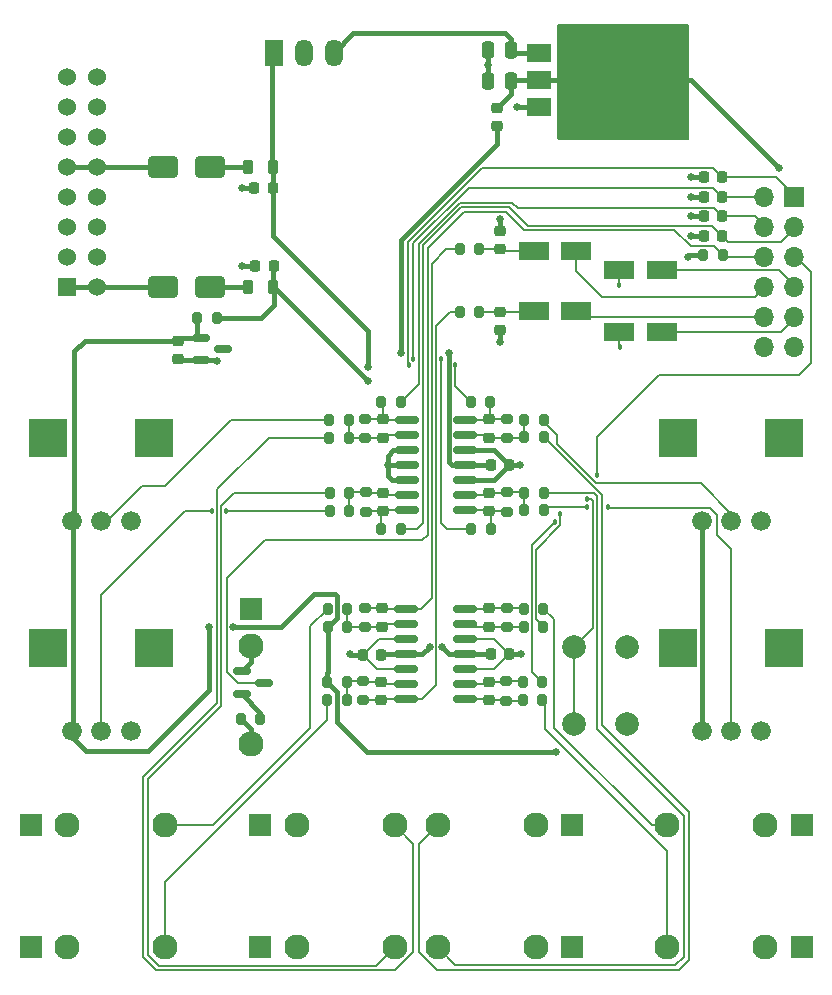
<source format=gbr>
%TF.GenerationSoftware,KiCad,Pcbnew,7.0.6-1.fc38*%
%TF.CreationDate,2023-08-24T19:35:41-07:00*%
%TF.ProjectId,s3gta_back,73336774-615f-4626-9163-6b2e6b696361,rev?*%
%TF.SameCoordinates,Original*%
%TF.FileFunction,Copper,L2,Bot*%
%TF.FilePolarity,Positive*%
%FSLAX46Y46*%
G04 Gerber Fmt 4.6, Leading zero omitted, Abs format (unit mm)*
G04 Created by KiCad (PCBNEW 7.0.6-1.fc38) date 2023-08-24 19:35:41*
%MOMM*%
%LPD*%
G01*
G04 APERTURE LIST*
G04 Aperture macros list*
%AMRoundRect*
0 Rectangle with rounded corners*
0 $1 Rounding radius*
0 $2 $3 $4 $5 $6 $7 $8 $9 X,Y pos of 4 corners*
0 Add a 4 corners polygon primitive as box body*
4,1,4,$2,$3,$4,$5,$6,$7,$8,$9,$2,$3,0*
0 Add four circle primitives for the rounded corners*
1,1,$1+$1,$2,$3*
1,1,$1+$1,$4,$5*
1,1,$1+$1,$6,$7*
1,1,$1+$1,$8,$9*
0 Add four rect primitives between the rounded corners*
20,1,$1+$1,$2,$3,$4,$5,0*
20,1,$1+$1,$4,$5,$6,$7,0*
20,1,$1+$1,$6,$7,$8,$9,0*
20,1,$1+$1,$8,$9,$2,$3,0*%
G04 Aperture macros list end*
%TA.AperFunction,ComponentPad*%
%ADD10R,1.830000X1.930000*%
%TD*%
%TA.AperFunction,ComponentPad*%
%ADD11C,2.130000*%
%TD*%
%TA.AperFunction,ComponentPad*%
%ADD12C,1.676400*%
%TD*%
%TA.AperFunction,ComponentPad*%
%ADD13R,3.216000X3.216000*%
%TD*%
%TA.AperFunction,ComponentPad*%
%ADD14R,1.930000X1.830000*%
%TD*%
%TA.AperFunction,ComponentPad*%
%ADD15C,2.000000*%
%TD*%
%TA.AperFunction,ComponentPad*%
%ADD16R,1.700000X1.700000*%
%TD*%
%TA.AperFunction,ComponentPad*%
%ADD17O,1.700000X1.700000*%
%TD*%
%TA.AperFunction,SMDPad,CuDef*%
%ADD18RoundRect,0.250000X1.000000X0.650000X-1.000000X0.650000X-1.000000X-0.650000X1.000000X-0.650000X0*%
%TD*%
%TA.AperFunction,SMDPad,CuDef*%
%ADD19RoundRect,0.200000X0.275000X-0.200000X0.275000X0.200000X-0.275000X0.200000X-0.275000X-0.200000X0*%
%TD*%
%TA.AperFunction,SMDPad,CuDef*%
%ADD20RoundRect,0.200000X0.200000X0.275000X-0.200000X0.275000X-0.200000X-0.275000X0.200000X-0.275000X0*%
%TD*%
%TA.AperFunction,SMDPad,CuDef*%
%ADD21RoundRect,0.200000X-0.200000X-0.275000X0.200000X-0.275000X0.200000X0.275000X-0.200000X0.275000X0*%
%TD*%
%TA.AperFunction,SMDPad,CuDef*%
%ADD22RoundRect,0.250000X1.050000X0.550000X-1.050000X0.550000X-1.050000X-0.550000X1.050000X-0.550000X0*%
%TD*%
%TA.AperFunction,SMDPad,CuDef*%
%ADD23RoundRect,0.200000X-0.275000X0.200000X-0.275000X-0.200000X0.275000X-0.200000X0.275000X0.200000X0*%
%TD*%
%TA.AperFunction,SMDPad,CuDef*%
%ADD24RoundRect,0.225000X0.250000X-0.225000X0.250000X0.225000X-0.250000X0.225000X-0.250000X-0.225000X0*%
%TD*%
%TA.AperFunction,SMDPad,CuDef*%
%ADD25RoundRect,0.225000X-0.250000X0.225000X-0.250000X-0.225000X0.250000X-0.225000X0.250000X0.225000X0*%
%TD*%
%TA.AperFunction,SMDPad,CuDef*%
%ADD26RoundRect,0.225000X0.225000X0.250000X-0.225000X0.250000X-0.225000X-0.250000X0.225000X-0.250000X0*%
%TD*%
%TA.AperFunction,SMDPad,CuDef*%
%ADD27R,2.000000X1.500000*%
%TD*%
%TA.AperFunction,SMDPad,CuDef*%
%ADD28R,2.000000X3.800000*%
%TD*%
%TA.AperFunction,SMDPad,CuDef*%
%ADD29RoundRect,0.218750X0.218750X0.381250X-0.218750X0.381250X-0.218750X-0.381250X0.218750X-0.381250X0*%
%TD*%
%TA.AperFunction,ComponentPad*%
%ADD30R,1.500000X2.300000*%
%TD*%
%TA.AperFunction,ComponentPad*%
%ADD31O,1.500000X2.300000*%
%TD*%
%TA.AperFunction,SMDPad,CuDef*%
%ADD32RoundRect,0.225000X-0.225000X-0.250000X0.225000X-0.250000X0.225000X0.250000X-0.225000X0.250000X0*%
%TD*%
%TA.AperFunction,SMDPad,CuDef*%
%ADD33RoundRect,0.218750X0.256250X-0.218750X0.256250X0.218750X-0.256250X0.218750X-0.256250X-0.218750X0*%
%TD*%
%TA.AperFunction,SMDPad,CuDef*%
%ADD34RoundRect,0.250000X0.250000X0.475000X-0.250000X0.475000X-0.250000X-0.475000X0.250000X-0.475000X0*%
%TD*%
%TA.AperFunction,SMDPad,CuDef*%
%ADD35RoundRect,0.150000X-0.587500X-0.150000X0.587500X-0.150000X0.587500X0.150000X-0.587500X0.150000X0*%
%TD*%
%TA.AperFunction,SMDPad,CuDef*%
%ADD36RoundRect,0.250000X-1.000000X-0.650000X1.000000X-0.650000X1.000000X0.650000X-1.000000X0.650000X0*%
%TD*%
%TA.AperFunction,SMDPad,CuDef*%
%ADD37RoundRect,0.150000X0.825000X0.150000X-0.825000X0.150000X-0.825000X-0.150000X0.825000X-0.150000X0*%
%TD*%
%TA.AperFunction,ComponentPad*%
%ADD38R,1.524000X1.524000*%
%TD*%
%TA.AperFunction,ComponentPad*%
%ADD39C,1.524000*%
%TD*%
%TA.AperFunction,ViaPad*%
%ADD40C,0.635000*%
%TD*%
%TA.AperFunction,ViaPad*%
%ADD41C,0.457200*%
%TD*%
%TA.AperFunction,Conductor*%
%ADD42C,0.381000*%
%TD*%
%TA.AperFunction,Conductor*%
%ADD43C,0.203200*%
%TD*%
%TA.AperFunction,Conductor*%
%ADD44C,0.152400*%
%TD*%
G04 APERTURE END LIST*
D10*
%TO.P,J4,S*%
%TO.N,GND*%
X149101000Y-147193000D03*
D11*
%TO.P,J4,T*%
%TO.N,Net-(J4-PadT)*%
X137701000Y-147193000D03*
%TO.P,J4,TN*%
%TO.N,GND*%
X146001000Y-147193000D03*
%TD*%
D12*
%TO.P,RV4,1,1*%
%TO.N,-5VA*%
X160060000Y-128920000D03*
%TO.P,RV4,2,2*%
%TO.N,Net-(R9-Pad2)*%
X162560000Y-128920000D03*
%TO.P,RV4,3,3*%
%TO.N,GND*%
X165060000Y-128920000D03*
D13*
%TO.P,RV4,M1*%
%TO.N,N/C*%
X158060000Y-121920000D03*
%TO.P,RV4,M2*%
X167060000Y-121920000D03*
%TD*%
D10*
%TO.P,J9,S*%
%TO.N,GND*%
X168532000Y-136906000D03*
D11*
%TO.P,J9,T*%
%TO.N,Net-(J9-PadT)*%
X157132000Y-136906000D03*
%TO.P,J9,TN*%
%TO.N,unconnected-(J9-PadTN)*%
X165432000Y-136906000D03*
%TD*%
D14*
%TO.P,J11,S*%
%TO.N,GND*%
X121920000Y-118615000D03*
D11*
%TO.P,J11,T*%
%TO.N,Net-(J11-PadT)*%
X121920000Y-130015000D03*
%TO.P,J11,TN*%
%TO.N,GND*%
X121920000Y-121715000D03*
%TD*%
D12*
%TO.P,RV2,1,1*%
%TO.N,-5VA*%
X106720000Y-128920000D03*
%TO.P,RV2,2,2*%
%TO.N,Net-(R5-Pad2)*%
X109220000Y-128920000D03*
%TO.P,RV2,3,3*%
%TO.N,GND*%
X111720000Y-128920000D03*
D13*
%TO.P,RV2,M1*%
%TO.N,N/C*%
X104720000Y-121920000D03*
%TO.P,RV2,M2*%
X113720000Y-121920000D03*
%TD*%
D10*
%TO.P,J2,S*%
%TO.N,GND*%
X122679000Y-147193000D03*
D11*
%TO.P,J2,T*%
%TO.N,Net-(J2-PadT)*%
X134079000Y-147193000D03*
%TO.P,J2,TN*%
%TO.N,GND*%
X125779000Y-147193000D03*
%TD*%
D10*
%TO.P,J1,S*%
%TO.N,GND*%
X122679000Y-136906000D03*
D11*
%TO.P,J1,T*%
%TO.N,Net-(J1-PadT)*%
X134079000Y-136906000D03*
%TO.P,J1,TN*%
%TO.N,GND*%
X125779000Y-136906000D03*
%TD*%
D10*
%TO.P,J7,S*%
%TO.N,GND*%
X103248000Y-147193000D03*
D11*
%TO.P,J7,T*%
%TO.N,Net-(J7-PadT)*%
X114648000Y-147193000D03*
%TO.P,J7,TN*%
%TO.N,Net-(J6-PadT)*%
X106348000Y-147193000D03*
%TD*%
D10*
%TO.P,J10,S*%
%TO.N,GND*%
X168532000Y-147193000D03*
D11*
%TO.P,J10,T*%
%TO.N,Net-(J10-PadT)*%
X157132000Y-147193000D03*
%TO.P,J10,TN*%
%TO.N,unconnected-(J10-PadTN)*%
X165432000Y-147193000D03*
%TD*%
D12*
%TO.P,RV3,1,1*%
%TO.N,-5VA*%
X160060000Y-111140000D03*
%TO.P,RV3,2,2*%
%TO.N,Net-(R7-Pad2)*%
X162560000Y-111140000D03*
%TO.P,RV3,3,3*%
%TO.N,GND*%
X165060000Y-111140000D03*
D13*
%TO.P,RV3,M1*%
%TO.N,N/C*%
X158060000Y-104140000D03*
%TO.P,RV3,M2*%
X167060000Y-104140000D03*
%TD*%
D15*
%TO.P,SW1,1,1*%
%TO.N,/GPIO0*%
X149261000Y-128345000D03*
X149261000Y-121845000D03*
%TO.P,SW1,2,2*%
%TO.N,GND*%
X153761000Y-128345000D03*
X153761000Y-121845000D03*
%TD*%
D16*
%TO.P,J5,1,Pin_1*%
%TO.N,/CV1*%
X167894000Y-83693000D03*
D17*
%TO.P,J5,2,Pin_2*%
%TO.N,/CV2*%
X165354000Y-83693000D03*
%TO.P,J5,3,Pin_3*%
%TO.N,/CV3*%
X167894000Y-86233000D03*
%TO.P,J5,4,Pin_4*%
%TO.N,/CV4*%
X165354000Y-86233000D03*
%TO.P,J5,5,Pin_5*%
%TO.N,/GPIO0*%
X167894000Y-88773000D03*
%TO.P,J5,6,Pin_6*%
%TO.N,/SYNC*%
X165354000Y-88773000D03*
%TO.P,J5,7,Pin_7*%
%TO.N,/out_l*%
X167894000Y-91313000D03*
%TO.P,J5,8,Pin_8*%
%TO.N,/in_l*%
X165354000Y-91313000D03*
%TO.P,J5,9,Pin_9*%
%TO.N,/out_r*%
X167894000Y-93853000D03*
%TO.P,J5,10,Pin_10*%
%TO.N,/in_r*%
X165354000Y-93853000D03*
%TO.P,J5,11,Pin_11*%
%TO.N,GND*%
X167894000Y-96393000D03*
%TO.P,J5,12,Pin_12*%
%TO.N,+3.3V*%
X165354000Y-96393000D03*
%TD*%
D12*
%TO.P,RV1,1,1*%
%TO.N,-5VA*%
X106720000Y-111140000D03*
%TO.P,RV1,2,2*%
%TO.N,Net-(R3-Pad2)*%
X109220000Y-111140000D03*
%TO.P,RV1,3,3*%
%TO.N,GND*%
X111720000Y-111140000D03*
D13*
%TO.P,RV1,M1*%
%TO.N,N/C*%
X104720000Y-104140000D03*
%TO.P,RV1,M2*%
X113720000Y-104140000D03*
%TD*%
D10*
%TO.P,J3,S*%
%TO.N,GND*%
X149101000Y-136906000D03*
D11*
%TO.P,J3,T*%
%TO.N,Net-(J3-PadT)*%
X137701000Y-136906000D03*
%TO.P,J3,TN*%
%TO.N,GND*%
X146001000Y-136906000D03*
%TD*%
D10*
%TO.P,J6,S*%
%TO.N,GND*%
X103248000Y-136906000D03*
D11*
%TO.P,J6,T*%
%TO.N,Net-(J6-PadT)*%
X114648000Y-136906000D03*
%TO.P,J6,TN*%
%TO.N,GND*%
X106348000Y-136906000D03*
%TD*%
D18*
%TO.P,D2,1,K*%
%TO.N,Net-(D2-K)*%
X118459000Y-81153000D03*
%TO.P,D2,2,A*%
%TO.N,Net-(D2-A)*%
X114459000Y-81153000D03*
%TD*%
D19*
%TO.P,R23,1*%
%TO.N,Net-(C12-Pad1)*%
X131419600Y-126339600D03*
%TO.P,R23,2*%
%TO.N,Net-(U3C--)*%
X131419600Y-124689600D03*
%TD*%
D20*
%TO.P,R19,1*%
%TO.N,Net-(U3C--)*%
X130009400Y-126288800D03*
%TO.P,R19,2*%
%TO.N,Net-(J7-PadT)*%
X128359400Y-126288800D03*
%TD*%
D21*
%TO.P,R7,1*%
%TO.N,Net-(U2A--)*%
X145021800Y-102565200D03*
%TO.P,R7,2*%
%TO.N,Net-(R7-Pad2)*%
X146671800Y-102565200D03*
%TD*%
D22*
%TO.P,C15,1*%
%TO.N,/in_r*%
X149450000Y-93400000D03*
%TO.P,C15,2*%
%TO.N,Net-(C13-Pad1)*%
X145850000Y-93400000D03*
%TD*%
D23*
%TO.P,R22,1*%
%TO.N,Net-(C11-Pad1)*%
X131521200Y-118504200D03*
%TO.P,R22,2*%
%TO.N,Net-(U3D--)*%
X131521200Y-120154200D03*
%TD*%
D20*
%TO.P,R32,1*%
%TO.N,Net-(Q1-B)*%
X122706400Y-127888000D03*
%TO.P,R32,2*%
%TO.N,Net-(J11-PadT)*%
X121056400Y-127888000D03*
%TD*%
D21*
%TO.P,R9,1*%
%TO.N,Net-(U2B--)*%
X145021800Y-110236000D03*
%TO.P,R9,2*%
%TO.N,Net-(R9-Pad2)*%
X146671800Y-110236000D03*
%TD*%
%TO.P,R26,1*%
%TO.N,Net-(U3A--)*%
X145009600Y-120091200D03*
%TO.P,R26,2*%
%TO.N,Net-(C19-Pad2)*%
X146659600Y-120091200D03*
%TD*%
D24*
%TO.P,C23,1*%
%TO.N,Net-(U3A--)*%
X142036800Y-120104200D03*
%TO.P,C23,2*%
%TO.N,Net-(C23-Pad2)*%
X142036800Y-118554200D03*
%TD*%
D25*
%TO.P,C13,1*%
%TO.N,Net-(C13-Pad1)*%
X143002000Y-93472000D03*
%TO.P,C13,2*%
%TO.N,GND*%
X143002000Y-95022000D03*
%TD*%
%TO.P,C4,1*%
%TO.N,Net-(C4-Pad1)*%
X142087600Y-102552200D03*
%TO.P,C4,2*%
%TO.N,Net-(U2A--)*%
X142087600Y-104102200D03*
%TD*%
D26*
%TO.P,C9,1*%
%TO.N,/CV1*%
X161798000Y-82042000D03*
%TO.P,C9,2*%
%TO.N,GND*%
X160248000Y-82042000D03*
%TD*%
D20*
%TO.P,R15,1*%
%TO.N,/CV3*%
X134581400Y-111810800D03*
%TO.P,R15,2*%
%TO.N,Net-(C3-Pad1)*%
X132931400Y-111810800D03*
%TD*%
%TO.P,R2,1*%
%TO.N,Net-(U2D--)*%
X130161800Y-104089200D03*
%TO.P,R2,2*%
%TO.N,Net-(J1-PadT)*%
X128511800Y-104089200D03*
%TD*%
D22*
%TO.P,C20,1*%
%TO.N,/out_r*%
X156700000Y-95123000D03*
%TO.P,C20,2*%
%TO.N,Net-(C20-Pad2)*%
X153100000Y-95123000D03*
%TD*%
D26*
%TO.P,C8,1*%
%TO.N,/CV3*%
X161798000Y-86995000D03*
%TO.P,C8,2*%
%TO.N,GND*%
X160248000Y-86995000D03*
%TD*%
D27*
%TO.P,U6,1,GND*%
%TO.N,GND*%
X146329000Y-76087000D03*
%TO.P,U6,2,VO*%
%TO.N,+3.3V*%
X146329000Y-73787000D03*
D28*
X152629000Y-73787000D03*
D27*
%TO.P,U6,3,VI*%
%TO.N,+5V*%
X146329000Y-71487000D03*
%TD*%
D23*
%TO.P,R10,1*%
%TO.N,Net-(C2-Pad1)*%
X131572000Y-102502200D03*
%TO.P,R10,2*%
%TO.N,Net-(U2D--)*%
X131572000Y-104152200D03*
%TD*%
D29*
%TO.P,FB1,1*%
%TO.N,-12V*%
X123791000Y-91313000D03*
%TO.P,FB1,2*%
%TO.N,Net-(D1-A)*%
X121666000Y-91313000D03*
%TD*%
D21*
%TO.P,R6,1*%
%TO.N,Net-(U2A--)*%
X145021800Y-104038400D03*
%TO.P,R6,2*%
%TO.N,Net-(J3-PadT)*%
X146671800Y-104038400D03*
%TD*%
D30*
%TO.P,U4,1,IN*%
%TO.N,+12V*%
X123825000Y-71501000D03*
D31*
%TO.P,U4,2,GND*%
%TO.N,GND*%
X126365000Y-71501000D03*
%TO.P,U4,3,OUT*%
%TO.N,+5V*%
X128905000Y-71501000D03*
%TD*%
D25*
%TO.P,C24,1*%
%TO.N,Net-(U3B--)*%
X142036800Y-124751800D03*
%TO.P,C24,2*%
%TO.N,Net-(C24-Pad2)*%
X142036800Y-126301800D03*
%TD*%
D24*
%TO.P,C5,1*%
%TO.N,Net-(C5-Pad1)*%
X142087600Y-110299800D03*
%TO.P,C5,2*%
%TO.N,Net-(U2B--)*%
X142087600Y-108749800D03*
%TD*%
D20*
%TO.P,R4,1*%
%TO.N,Net-(U2C--)*%
X130212600Y-108762800D03*
%TO.P,R4,2*%
%TO.N,Net-(J2-PadT)*%
X128562600Y-108762800D03*
%TD*%
%TO.P,R14,1*%
%TO.N,/CV4*%
X134581400Y-101041200D03*
%TO.P,R14,2*%
%TO.N,Net-(C2-Pad1)*%
X132931400Y-101041200D03*
%TD*%
D21*
%TO.P,R1,1*%
%TO.N,-5VA*%
X117373400Y-93980000D03*
%TO.P,R1,2*%
%TO.N,-12V*%
X119023400Y-93980000D03*
%TD*%
D26*
%TO.P,C17,1*%
%TO.N,-12V*%
X123825000Y-89535000D03*
%TO.P,C17,2*%
%TO.N,GND*%
X122275000Y-89535000D03*
%TD*%
D20*
%TO.P,R30,1*%
%TO.N,Net-(J9-PadT)*%
X146659600Y-118567200D03*
%TO.P,R30,2*%
%TO.N,Net-(C23-Pad2)*%
X145009600Y-118567200D03*
%TD*%
D32*
%TO.P,C22,1*%
%TO.N,GND*%
X131368800Y-122529600D03*
%TO.P,C22,2*%
%TO.N,-12V*%
X132918800Y-122529600D03*
%TD*%
D33*
%TO.P,L1,1*%
%TO.N,+3.3VA*%
X142748000Y-77724000D03*
%TO.P,L1,2*%
%TO.N,+3.3V*%
X142748000Y-76149000D03*
%TD*%
D20*
%TO.P,R24,1*%
%TO.N,Net-(C13-Pad1)*%
X141224000Y-93472000D03*
%TO.P,R24,2*%
%TO.N,Net-(C12-Pad1)*%
X139574000Y-93472000D03*
%TD*%
D19*
%TO.P,R11,1*%
%TO.N,Net-(C3-Pad1)*%
X131622800Y-110349800D03*
%TO.P,R11,2*%
%TO.N,Net-(U2C--)*%
X131622800Y-108699800D03*
%TD*%
D34*
%TO.P,C25,1*%
%TO.N,+5V*%
X143886000Y-71247000D03*
%TO.P,C25,2*%
%TO.N,GND*%
X141986000Y-71247000D03*
%TD*%
D23*
%TO.P,R12,1*%
%TO.N,Net-(C4-Pad1)*%
X143611600Y-102502200D03*
%TO.P,R12,2*%
%TO.N,Net-(U2A--)*%
X143611600Y-104152200D03*
%TD*%
D25*
%TO.P,C11,1*%
%TO.N,Net-(C11-Pad1)*%
X132994400Y-118554200D03*
%TO.P,C11,2*%
%TO.N,Net-(U3D--)*%
X132994400Y-120104200D03*
%TD*%
D22*
%TO.P,C19,1*%
%TO.N,/out_l*%
X156700000Y-89916000D03*
%TO.P,C19,2*%
%TO.N,Net-(C19-Pad2)*%
X153100000Y-89916000D03*
%TD*%
D35*
%TO.P,Q1,1,B*%
%TO.N,Net-(Q1-B)*%
X121109500Y-125791000D03*
%TO.P,Q1,2,E*%
%TO.N,GND*%
X121109500Y-123891000D03*
%TO.P,Q1,3,C*%
%TO.N,/SYNC*%
X122984500Y-124841000D03*
%TD*%
D36*
%TO.P,D1,1,K*%
%TO.N,Net-(D1-K)*%
X114459000Y-91313000D03*
%TO.P,D1,2,A*%
%TO.N,Net-(D1-A)*%
X118459000Y-91313000D03*
%TD*%
D20*
%TO.P,R33,1*%
%TO.N,/SYNC*%
X161861000Y-88646000D03*
%TO.P,R33,2*%
%TO.N,+3.3V*%
X160211000Y-88646000D03*
%TD*%
D25*
%TO.P,C1,1*%
%TO.N,-5VA*%
X115747800Y-95897400D03*
%TO.P,C1,2*%
%TO.N,GND*%
X115747800Y-97447400D03*
%TD*%
D37*
%TO.P,U2,1*%
%TO.N,Net-(C4-Pad1)*%
X140041400Y-102616000D03*
%TO.P,U2,2,-*%
%TO.N,Net-(U2A--)*%
X140041400Y-103886000D03*
%TO.P,U2,3,+*%
%TO.N,GND*%
X140041400Y-105156000D03*
%TO.P,U2,4,V+*%
%TO.N,+3.3VA*%
X140041400Y-106426000D03*
%TO.P,U2,5,+*%
%TO.N,GND*%
X140041400Y-107696000D03*
%TO.P,U2,6,-*%
%TO.N,Net-(U2B--)*%
X140041400Y-108966000D03*
%TO.P,U2,7*%
%TO.N,Net-(C5-Pad1)*%
X140041400Y-110236000D03*
%TO.P,U2,8*%
%TO.N,Net-(C3-Pad1)*%
X135091400Y-110236000D03*
%TO.P,U2,9,-*%
%TO.N,Net-(U2C--)*%
X135091400Y-108966000D03*
%TO.P,U2,10,+*%
%TO.N,GND*%
X135091400Y-107696000D03*
%TO.P,U2,11,V-*%
X135091400Y-106426000D03*
%TO.P,U2,12,+*%
X135091400Y-105156000D03*
%TO.P,U2,13,-*%
%TO.N,Net-(U2D--)*%
X135091400Y-103886000D03*
%TO.P,U2,14*%
%TO.N,Net-(C2-Pad1)*%
X135091400Y-102616000D03*
%TD*%
D19*
%TO.P,R29,1*%
%TO.N,Net-(C24-Pad2)*%
X143510000Y-126351800D03*
%TO.P,R29,2*%
%TO.N,Net-(U3B--)*%
X143510000Y-124701800D03*
%TD*%
D26*
%TO.P,C18,1*%
%TO.N,+12V*%
X123749400Y-82956400D03*
%TO.P,C18,2*%
%TO.N,GND*%
X122199400Y-82956400D03*
%TD*%
D23*
%TO.P,R28,1*%
%TO.N,Net-(C23-Pad2)*%
X143560800Y-118504200D03*
%TO.P,R28,2*%
%TO.N,Net-(U3A--)*%
X143560800Y-120154200D03*
%TD*%
D20*
%TO.P,R18,1*%
%TO.N,Net-(U3D--)*%
X130060200Y-118567200D03*
%TO.P,R18,2*%
%TO.N,Net-(J6-PadT)*%
X128410200Y-118567200D03*
%TD*%
D22*
%TO.P,C16,1*%
%TO.N,/in_l*%
X149450000Y-88250000D03*
%TO.P,C16,2*%
%TO.N,Net-(C14-Pad1)*%
X145850000Y-88250000D03*
%TD*%
D26*
%TO.P,C10,1*%
%TO.N,/CV2*%
X161798000Y-83693000D03*
%TO.P,C10,2*%
%TO.N,GND*%
X160248000Y-83693000D03*
%TD*%
D20*
%TO.P,R31,1*%
%TO.N,Net-(J10-PadT)*%
X146570200Y-126288800D03*
%TO.P,R31,2*%
%TO.N,Net-(C24-Pad2)*%
X144920200Y-126288800D03*
%TD*%
D38*
%TO.P,J8,1,Pin_1*%
%TO.N,Net-(D1-K)*%
X106299000Y-91313000D03*
D39*
%TO.P,J8,2,Pin_2*%
X108839000Y-91313000D03*
%TO.P,J8,3,Pin_3*%
%TO.N,GND*%
X106299000Y-88773000D03*
%TO.P,J8,4,Pin_4*%
X108839000Y-88773000D03*
%TO.P,J8,5,Pin_5*%
X106299000Y-86233000D03*
%TO.P,J8,6,Pin_6*%
X108839000Y-86233000D03*
%TO.P,J8,7,Pin_7*%
X106299000Y-83693000D03*
%TO.P,J8,8,Pin_8*%
X108839000Y-83693000D03*
%TO.P,J8,9,Pin_9*%
%TO.N,Net-(D2-A)*%
X106299000Y-81153000D03*
%TO.P,J8,10,Pin_10*%
X108839000Y-81153000D03*
%TO.P,J8,11,Pin_11*%
%TO.N,unconnected-(J8-Pin_11-Pad11)*%
X106299000Y-78613000D03*
%TO.P,J8,12,Pin_12*%
%TO.N,unconnected-(J8-Pin_12-Pad12)*%
X108839000Y-78613000D03*
%TO.P,J8,13,Pin_13*%
%TO.N,unconnected-(J8-Pin_13-Pad13)*%
X106299000Y-76073000D03*
%TO.P,J8,14,Pin_14*%
%TO.N,unconnected-(J8-Pin_14-Pad14)*%
X108839000Y-76073000D03*
%TO.P,J8,15,Pin_15*%
%TO.N,unconnected-(J8-Pin_15-Pad15)*%
X106299000Y-73533000D03*
%TO.P,J8,16,Pin_16*%
%TO.N,unconnected-(J8-Pin_16-Pad16)*%
X108839000Y-73533000D03*
%TD*%
D34*
%TO.P,C27,1*%
%TO.N,+3.3V*%
X143891000Y-73914000D03*
%TO.P,C27,2*%
%TO.N,GND*%
X141991000Y-73914000D03*
%TD*%
D32*
%TO.P,C6,1*%
%TO.N,+3.3VA*%
X142240000Y-106426000D03*
%TO.P,C6,2*%
%TO.N,GND*%
X143790000Y-106426000D03*
%TD*%
D21*
%TO.P,R16,1*%
%TO.N,/CV1*%
X140500600Y-101041200D03*
%TO.P,R16,2*%
%TO.N,Net-(C4-Pad1)*%
X142150600Y-101041200D03*
%TD*%
D37*
%TO.P,U3,1*%
%TO.N,Net-(C23-Pad2)*%
X140016000Y-118618000D03*
%TO.P,U3,2,-*%
%TO.N,Net-(U3A--)*%
X140016000Y-119888000D03*
%TO.P,U3,3,+*%
%TO.N,GND*%
X140016000Y-121158000D03*
%TO.P,U3,4,V+*%
%TO.N,+12V*%
X140016000Y-122428000D03*
%TO.P,U3,5,+*%
%TO.N,GND*%
X140016000Y-123698000D03*
%TO.P,U3,6,-*%
%TO.N,Net-(U3B--)*%
X140016000Y-124968000D03*
%TO.P,U3,7*%
%TO.N,Net-(C24-Pad2)*%
X140016000Y-126238000D03*
%TO.P,U3,8*%
%TO.N,Net-(C12-Pad1)*%
X135066000Y-126238000D03*
%TO.P,U3,9,-*%
%TO.N,Net-(U3C--)*%
X135066000Y-124968000D03*
%TO.P,U3,10,+*%
%TO.N,GND*%
X135066000Y-123698000D03*
%TO.P,U3,11,V-*%
%TO.N,-12V*%
X135066000Y-122428000D03*
%TO.P,U3,12,+*%
%TO.N,GND*%
X135066000Y-121158000D03*
%TO.P,U3,13,-*%
%TO.N,Net-(U3D--)*%
X135066000Y-119888000D03*
%TO.P,U3,14*%
%TO.N,Net-(C11-Pad1)*%
X135066000Y-118618000D03*
%TD*%
D20*
%TO.P,R3,1*%
%TO.N,Net-(U2D--)*%
X130161800Y-102565200D03*
%TO.P,R3,2*%
%TO.N,Net-(R3-Pad2)*%
X128511800Y-102565200D03*
%TD*%
D24*
%TO.P,C14,1*%
%TO.N,Net-(C14-Pad1)*%
X143002000Y-88138000D03*
%TO.P,C14,2*%
%TO.N,GND*%
X143002000Y-86588000D03*
%TD*%
D20*
%TO.P,R25,1*%
%TO.N,Net-(C14-Pad1)*%
X141224000Y-88138000D03*
%TO.P,R25,2*%
%TO.N,Net-(C11-Pad1)*%
X139574000Y-88138000D03*
%TD*%
D24*
%TO.P,C3,1*%
%TO.N,Net-(C3-Pad1)*%
X133096000Y-110299800D03*
%TO.P,C3,2*%
%TO.N,Net-(U2C--)*%
X133096000Y-108749800D03*
%TD*%
D20*
%TO.P,R5,1*%
%TO.N,Net-(U2C--)*%
X130212600Y-110286800D03*
%TO.P,R5,2*%
%TO.N,Net-(R5-Pad2)*%
X128562600Y-110286800D03*
%TD*%
D29*
%TO.P,FB2,1*%
%TO.N,+12V*%
X123791000Y-81153000D03*
%TO.P,FB2,2*%
%TO.N,Net-(D2-K)*%
X121666000Y-81153000D03*
%TD*%
D21*
%TO.P,R27,1*%
%TO.N,Net-(U3B--)*%
X144920200Y-124764800D03*
%TO.P,R27,2*%
%TO.N,Net-(C20-Pad2)*%
X146570200Y-124764800D03*
%TD*%
D32*
%TO.P,C21,1*%
%TO.N,+12V*%
X142227000Y-122428000D03*
%TO.P,C21,2*%
%TO.N,GND*%
X143777000Y-122428000D03*
%TD*%
D19*
%TO.P,R13,1*%
%TO.N,Net-(C5-Pad1)*%
X143611600Y-110349800D03*
%TO.P,R13,2*%
%TO.N,Net-(U2B--)*%
X143611600Y-108699800D03*
%TD*%
D25*
%TO.P,C2,1*%
%TO.N,Net-(C2-Pad1)*%
X133045200Y-102552200D03*
%TO.P,C2,2*%
%TO.N,Net-(U2D--)*%
X133045200Y-104102200D03*
%TD*%
D21*
%TO.P,R17,1*%
%TO.N,/CV2*%
X140551400Y-111810800D03*
%TO.P,R17,2*%
%TO.N,Net-(C5-Pad1)*%
X142201400Y-111810800D03*
%TD*%
%TO.P,R21,1*%
%TO.N,-5VA*%
X128359400Y-124764800D03*
%TO.P,R21,2*%
%TO.N,Net-(U3C--)*%
X130009400Y-124764800D03*
%TD*%
%TO.P,R20,1*%
%TO.N,-5VA*%
X128410200Y-120091200D03*
%TO.P,R20,2*%
%TO.N,Net-(U3D--)*%
X130060200Y-120091200D03*
%TD*%
D35*
%TO.P,U1,1,K*%
%TO.N,GND*%
X117678200Y-97561400D03*
%TO.P,U1,2,A*%
%TO.N,-5VA*%
X117678200Y-95661400D03*
%TO.P,U1,3*%
%TO.N,N/C*%
X119553200Y-96611400D03*
%TD*%
D21*
%TO.P,R8,1*%
%TO.N,Net-(U2B--)*%
X145021800Y-108762800D03*
%TO.P,R8,2*%
%TO.N,Net-(J4-PadT)*%
X146671800Y-108762800D03*
%TD*%
D26*
%TO.P,C7,1*%
%TO.N,/CV4*%
X161798000Y-85344000D03*
%TO.P,C7,2*%
%TO.N,GND*%
X160248000Y-85344000D03*
%TD*%
D24*
%TO.P,C12,1*%
%TO.N,Net-(C12-Pad1)*%
X132943600Y-126301800D03*
%TO.P,C12,2*%
%TO.N,Net-(U3C--)*%
X132943600Y-124751800D03*
%TD*%
D40*
%TO.N,-5VA*%
X118364000Y-120142000D03*
X147701000Y-130683000D03*
X120396000Y-120142000D03*
%TO.N,GND*%
X143002000Y-85598000D03*
X144653000Y-106426000D03*
X159131000Y-82042000D03*
X121158000Y-82931000D03*
X144399000Y-76073000D03*
X143002000Y-96012000D03*
X159131000Y-86995000D03*
X119024400Y-97586800D03*
X141986000Y-72517000D03*
X130302000Y-122428000D03*
X133477000Y-106426000D03*
X159131000Y-83693000D03*
X144780000Y-122428000D03*
X159131000Y-85344000D03*
X121158000Y-89535000D03*
%TO.N,+3.3VA*%
X138633200Y-96901000D03*
X134620000Y-96901000D03*
D41*
%TO.N,/CV1*%
X139178800Y-97942400D03*
X135280400Y-97942400D03*
%TO.N,/CV2*%
X138023600Y-97446600D03*
X135661900Y-97446600D03*
D40*
%TO.N,-12V*%
X137033000Y-121793000D03*
X131826000Y-99263200D03*
%TO.N,+12V*%
X131826000Y-98145600D03*
X138086100Y-121793000D03*
D41*
%TO.N,Net-(C19-Pad2)*%
X148100000Y-110550000D03*
X153035000Y-91186000D03*
%TO.N,Net-(C20-Pad2)*%
X147668700Y-111207024D03*
X153162000Y-96393000D03*
%TO.N,/GPIO0*%
X151193500Y-107251500D03*
X150317200Y-109321600D03*
D40*
%TO.N,+3.3V*%
X158877000Y-88773000D03*
D41*
X152527000Y-70993000D03*
X155067000Y-76581000D03*
X149225000Y-76581000D03*
X152527000Y-76581000D03*
X149225000Y-70993000D03*
X157353000Y-70993000D03*
X157480000Y-76581000D03*
X155067000Y-70993000D03*
D40*
X166599500Y-81255500D03*
D41*
%TO.N,Net-(R5-Pad2)*%
X119811300Y-110286800D03*
X118567700Y-110286800D03*
%TO.N,Net-(R9-Pad2)*%
X152146000Y-109982000D03*
X150317200Y-109982000D03*
%TD*%
D42*
%TO.N,+3.3V*%
X159131000Y-73787000D02*
X152629000Y-73787000D01*
X166599500Y-81255500D02*
X159131000Y-73787000D01*
%TO.N,-5VA*%
X128359400Y-123990600D02*
X128359400Y-124764800D01*
X118364000Y-125476000D02*
X118364000Y-120142000D01*
X124409200Y-120142000D02*
X120396000Y-120142000D01*
X107823000Y-95897400D02*
X106934000Y-96786400D01*
X113202500Y-130637500D02*
X118364000Y-125476000D01*
X129159000Y-119342400D02*
X129159000Y-117475000D01*
X129159000Y-117475000D02*
X128981200Y-117297200D01*
X160127500Y-129352500D02*
X160127500Y-111707500D01*
X106807000Y-111727000D02*
X106807000Y-129333000D01*
X117678200Y-95661400D02*
X115983800Y-95661400D01*
X147701000Y-130683000D02*
X131699000Y-130683000D01*
X128410200Y-123939800D02*
X128359400Y-123990600D01*
X129184400Y-128168400D02*
X129184400Y-125589800D01*
X106807000Y-129333000D02*
X106720000Y-129420000D01*
X106934000Y-111426000D02*
X106720000Y-111640000D01*
X160127500Y-111707500D02*
X160060000Y-111640000D01*
X115747800Y-95897400D02*
X107823000Y-95897400D01*
X117373400Y-93980000D02*
X117373400Y-95356600D01*
X117373400Y-95356600D02*
X117678200Y-95661400D01*
X127254000Y-117297200D02*
X124409200Y-120142000D01*
X129184400Y-125589800D02*
X128359400Y-124764800D01*
X128410200Y-120091200D02*
X129159000Y-119342400D01*
X115983800Y-95661400D02*
X115747800Y-95897400D01*
X106720000Y-111640000D02*
X106807000Y-111727000D01*
X128410200Y-120091200D02*
X128410200Y-123939800D01*
X107937500Y-130637500D02*
X113202500Y-130637500D01*
X106720000Y-129420000D02*
X107937500Y-130637500D01*
X131699000Y-130683000D02*
X129184400Y-128168400D01*
X128981200Y-117297200D02*
X127254000Y-117297200D01*
X106934000Y-96786400D02*
X106934000Y-111426000D01*
%TO.N,GND*%
X118999000Y-97561400D02*
X119024400Y-97586800D01*
X122174000Y-82931000D02*
X121158000Y-82931000D01*
D43*
X140016000Y-123698000D02*
X142507000Y-123698000D01*
D42*
X142520000Y-107696000D02*
X143790000Y-106426000D01*
X160248000Y-83693000D02*
X159131000Y-83693000D01*
X130403600Y-122529600D02*
X130302000Y-122428000D01*
X133858000Y-107696000D02*
X133477000Y-107315000D01*
X133477000Y-107315000D02*
X133477000Y-106426000D01*
X121920000Y-123080500D02*
X121109500Y-123891000D01*
D43*
X132537200Y-123698000D02*
X131368800Y-122529600D01*
D42*
X133959600Y-105156000D02*
X133477000Y-105638600D01*
X135091400Y-107696000D02*
X133858000Y-107696000D01*
D43*
X142507000Y-121158000D02*
X143777000Y-122428000D01*
D42*
X160248000Y-86995000D02*
X159131000Y-86995000D01*
D43*
X142507000Y-123698000D02*
X143777000Y-122428000D01*
D42*
X143002000Y-86588000D02*
X143002000Y-85598000D01*
X143777000Y-122428000D02*
X144780000Y-122428000D01*
X122275000Y-89535000D02*
X121158000Y-89535000D01*
X140041400Y-105156000D02*
X142520000Y-105156000D01*
X141991000Y-72522000D02*
X141986000Y-72517000D01*
X146329000Y-76087000D02*
X144413000Y-76087000D01*
X144413000Y-76087000D02*
X144399000Y-76073000D01*
X131368800Y-122529600D02*
X130403600Y-122529600D01*
X117678200Y-97561400D02*
X118999000Y-97561400D01*
X143790000Y-106426000D02*
X144653000Y-106426000D01*
X141991000Y-73914000D02*
X141991000Y-72522000D01*
X133477000Y-105638600D02*
X133477000Y-106426000D01*
X143002000Y-95022000D02*
X143002000Y-96012000D01*
X160248000Y-82042000D02*
X159131000Y-82042000D01*
X121920000Y-121715000D02*
X121920000Y-123080500D01*
D43*
X132740400Y-121158000D02*
X131368800Y-122529600D01*
D42*
X135091400Y-105156000D02*
X133959600Y-105156000D01*
X122199400Y-82956400D02*
X122174000Y-82931000D01*
X115861800Y-97561400D02*
X115747800Y-97447400D01*
X160248000Y-85344000D02*
X159131000Y-85344000D01*
X134703900Y-106426000D02*
X133477000Y-106426000D01*
D43*
X135066000Y-121158000D02*
X132740400Y-121158000D01*
X140016000Y-121158000D02*
X142507000Y-121158000D01*
D42*
X141986000Y-71247000D02*
X141986000Y-72517000D01*
X142520000Y-105156000D02*
X143790000Y-106426000D01*
D43*
X135066000Y-123698000D02*
X132537200Y-123698000D01*
D42*
X140041400Y-107696000D02*
X142520000Y-107696000D01*
X117678200Y-97561400D02*
X115861800Y-97561400D01*
D44*
%TO.N,Net-(C2-Pad1)*%
X135091400Y-102616000D02*
X133109000Y-102616000D01*
X133045200Y-102552200D02*
X133045200Y-101155000D01*
X131572000Y-102502200D02*
X131622000Y-102552200D01*
X133109000Y-102616000D02*
X133045200Y-102552200D01*
X133045200Y-101155000D02*
X132931400Y-101041200D01*
X131622000Y-102552200D02*
X133045200Y-102552200D01*
%TO.N,Net-(U2D--)*%
X130161800Y-104089200D02*
X130161800Y-102565200D01*
X131622000Y-104102200D02*
X131572000Y-104152200D01*
X130224800Y-104152200D02*
X130161800Y-104089200D01*
X133261400Y-103886000D02*
X133045200Y-104102200D01*
X133045200Y-104102200D02*
X131622000Y-104102200D01*
X135091400Y-103886000D02*
X133261400Y-103886000D01*
X131572000Y-104152200D02*
X130224800Y-104152200D01*
%TO.N,Net-(C3-Pad1)*%
X135091400Y-110236000D02*
X133159800Y-110236000D01*
X131672800Y-110299800D02*
X131622800Y-110349800D01*
D43*
X132931400Y-110464400D02*
X133096000Y-110299800D01*
X132931400Y-111810800D02*
X132931400Y-110464400D01*
D44*
X133096000Y-110299800D02*
X131672800Y-110299800D01*
X133159800Y-110236000D02*
X133096000Y-110299800D01*
%TO.N,Net-(U2C--)*%
X133096000Y-108749800D02*
X131672800Y-108749800D01*
X131622800Y-108699800D02*
X130275600Y-108699800D01*
X130212600Y-108762800D02*
X130212600Y-110286800D01*
X130275600Y-108699800D02*
X130212600Y-108762800D01*
X131672800Y-108749800D02*
X131622800Y-108699800D01*
X135091400Y-108966000D02*
X133312200Y-108966000D01*
X133312200Y-108966000D02*
X133096000Y-108749800D01*
D43*
%TO.N,Net-(C4-Pad1)*%
X142150600Y-101041200D02*
X142150600Y-102489200D01*
D44*
X142087600Y-102552200D02*
X143561600Y-102552200D01*
D43*
X142150600Y-102489200D02*
X142087600Y-102552200D01*
D44*
X140041400Y-102616000D02*
X142023800Y-102616000D01*
X143561600Y-102552200D02*
X143611600Y-102502200D01*
X142023800Y-102616000D02*
X142087600Y-102552200D01*
%TO.N,Net-(U2A--)*%
X145021800Y-104038400D02*
X145021800Y-102565200D01*
X143611600Y-104152200D02*
X144908000Y-104152200D01*
X140041400Y-103886000D02*
X141871400Y-103886000D01*
X141871400Y-103886000D02*
X142087600Y-104102200D01*
X144908000Y-104152200D02*
X145021800Y-104038400D01*
X143561600Y-104102200D02*
X143611600Y-104152200D01*
X142087600Y-104102200D02*
X143561600Y-104102200D01*
%TO.N,Net-(C5-Pad1)*%
X143561600Y-110299800D02*
X142087600Y-110299800D01*
D43*
X142201400Y-111810800D02*
X142201400Y-110413600D01*
D44*
X142023800Y-110236000D02*
X142087600Y-110299800D01*
X140041400Y-110236000D02*
X142023800Y-110236000D01*
X143611600Y-110349800D02*
X143561600Y-110299800D01*
D43*
X142201400Y-110413600D02*
X142087600Y-110299800D01*
D44*
%TO.N,Net-(U2B--)*%
X143611600Y-108699800D02*
X144958800Y-108699800D01*
X145021800Y-108762800D02*
X145021800Y-110236000D01*
X142087600Y-108749800D02*
X143561600Y-108749800D01*
X141871400Y-108966000D02*
X142087600Y-108749800D01*
X144958800Y-108699800D02*
X145021800Y-108762800D01*
X140041400Y-108966000D02*
X141871400Y-108966000D01*
X143561600Y-108749800D02*
X143611600Y-108699800D01*
D42*
%TO.N,+3.3VA*%
X138633200Y-96901000D02*
X138633200Y-106172000D01*
X134620000Y-96901000D02*
X134620000Y-87376000D01*
X138633200Y-106172000D02*
X138887200Y-106426000D01*
X142748000Y-79248000D02*
X142748000Y-77724000D01*
X138887200Y-106426000D02*
X142240000Y-106426000D01*
X134620000Y-87376000D02*
X142748000Y-79248000D01*
D44*
%TO.N,/CV4*%
X139573000Y-84201000D02*
X144018000Y-84201000D01*
X164592000Y-85344000D02*
X165481000Y-86233000D01*
X144018000Y-84201000D02*
X144482800Y-84665800D01*
X144482800Y-84665800D02*
X161119800Y-84665800D01*
X136093200Y-99529400D02*
X136093200Y-87680800D01*
X161119800Y-84665800D02*
X161798000Y-85344000D01*
X134581400Y-101041200D02*
X136093200Y-99529400D01*
X161798000Y-85344000D02*
X164592000Y-85344000D01*
X136093200Y-87680800D02*
X139573000Y-84201000D01*
%TO.N,/CV3*%
X134581400Y-111810800D02*
X135991600Y-111810800D01*
X161798000Y-86995000D02*
X162306000Y-87503000D01*
X145325200Y-86143200D02*
X160946200Y-86143200D01*
X143764000Y-84582000D02*
X145325200Y-86143200D01*
X166751000Y-87503000D02*
X168021000Y-86233000D01*
X136499600Y-111302800D02*
X136499600Y-87782400D01*
X162306000Y-87503000D02*
X166751000Y-87503000D01*
X136499600Y-87782400D02*
X139700000Y-84582000D01*
X139700000Y-84582000D02*
X143764000Y-84582000D01*
X160946200Y-86143200D02*
X161798000Y-86995000D01*
X135991600Y-111810800D02*
X136499600Y-111302800D01*
%TO.N,/CV1*%
X161036000Y-81280000D02*
X161798000Y-82042000D01*
X135230100Y-87527900D02*
X141478000Y-81280000D01*
X166370000Y-82042000D02*
X168021000Y-83693000D01*
X135230100Y-97892100D02*
X135230100Y-87527900D01*
X135280400Y-97942400D02*
X135230100Y-97892100D01*
X139178800Y-97942400D02*
X139178800Y-99719400D01*
X161798000Y-82042000D02*
X166370000Y-82042000D01*
X141478000Y-81280000D02*
X161036000Y-81280000D01*
X139178800Y-99719400D02*
X140500600Y-101041200D01*
%TO.N,/CV2*%
X135636000Y-87630000D02*
X140335000Y-82931000D01*
X135636000Y-97420700D02*
X135636000Y-87630000D01*
X161798000Y-83693000D02*
X165481000Y-83693000D01*
X138531600Y-111810800D02*
X140551400Y-111810800D01*
X138023600Y-111302800D02*
X138531600Y-111810800D01*
X135661900Y-97446600D02*
X135636000Y-97420700D01*
X161036000Y-82931000D02*
X161798000Y-83693000D01*
X140335000Y-82931000D02*
X161036000Y-82931000D01*
X138023600Y-97446600D02*
X138023600Y-111302800D01*
%TO.N,Net-(C11-Pad1)*%
X131571200Y-118554200D02*
X131521200Y-118504200D01*
X137210800Y-117703600D02*
X136296400Y-118618000D01*
X133058200Y-118618000D02*
X132994400Y-118554200D01*
X137210800Y-89357200D02*
X137210800Y-117703600D01*
X135066000Y-118618000D02*
X133058200Y-118618000D01*
X138430000Y-88138000D02*
X137210800Y-89357200D01*
X136296400Y-118618000D02*
X135066000Y-118618000D01*
X132994400Y-118554200D02*
X131571200Y-118554200D01*
X139574000Y-88138000D02*
X138430000Y-88138000D01*
%TO.N,Net-(U3A--)*%
X142036800Y-120104200D02*
X143510800Y-120104200D01*
X143510800Y-120104200D02*
X143560800Y-120154200D01*
X143560800Y-120154200D02*
X144946600Y-120154200D01*
X144946600Y-120154200D02*
X145009600Y-120091200D01*
X142036800Y-120104200D02*
X140232200Y-120104200D01*
X140232200Y-120104200D02*
X140016000Y-119888000D01*
%TO.N,Net-(C12-Pad1)*%
X131457400Y-126301800D02*
X131419600Y-126339600D01*
X132943600Y-126301800D02*
X131457400Y-126301800D01*
X137565900Y-125019300D02*
X136347200Y-126238000D01*
X136347200Y-126238000D02*
X135066000Y-126238000D01*
X133007400Y-126238000D02*
X132943600Y-126301800D01*
X139574000Y-93472000D02*
X138734800Y-93472000D01*
X138734800Y-93472000D02*
X137565900Y-94640900D01*
X137565900Y-94640900D02*
X137565900Y-125019300D01*
X135066000Y-126238000D02*
X133007400Y-126238000D01*
%TO.N,Net-(U3C--)*%
X131419600Y-124689600D02*
X130084600Y-124689600D01*
X131481800Y-124751800D02*
X131419600Y-124689600D01*
X135066000Y-124968000D02*
X133159800Y-124968000D01*
X130009400Y-126288800D02*
X130009400Y-124764800D01*
X132943600Y-124751800D02*
X131481800Y-124751800D01*
X130084600Y-124689600D02*
X130009400Y-124764800D01*
X133159800Y-124968000D02*
X132943600Y-124751800D01*
%TO.N,Net-(C13-Pad1)*%
X145778000Y-93472000D02*
X143002000Y-93472000D01*
X145850000Y-93400000D02*
X145778000Y-93472000D01*
X143002000Y-93472000D02*
X141224000Y-93472000D01*
%TO.N,Net-(C14-Pad1)*%
X143114000Y-88250000D02*
X143002000Y-88138000D01*
X143002000Y-88138000D02*
X141224000Y-88138000D01*
X145850000Y-88250000D02*
X143114000Y-88250000D01*
%TO.N,/in_r*%
X165481000Y-93853000D02*
X149903000Y-93853000D01*
X149903000Y-93853000D02*
X149450000Y-93400000D01*
%TO.N,/in_l*%
X164592000Y-92202000D02*
X151638000Y-92202000D01*
X165481000Y-91313000D02*
X164592000Y-92202000D01*
X149450000Y-90014000D02*
X149450000Y-88250000D01*
X151638000Y-92202000D02*
X149450000Y-90014000D01*
D42*
%TO.N,-12V*%
X137033000Y-121793000D02*
X136398000Y-122428000D01*
X123875800Y-91397800D02*
X123791000Y-91313000D01*
X123875800Y-92862400D02*
X123875800Y-91397800D01*
X123791000Y-89569000D02*
X123825000Y-89535000D01*
X123875800Y-91313000D02*
X123791000Y-91313000D01*
X119023400Y-93980000D02*
X122758200Y-93980000D01*
X134678500Y-122428000D02*
X133020400Y-122428000D01*
X136398000Y-122428000D02*
X134678500Y-122428000D01*
X131826000Y-99263200D02*
X123875800Y-91313000D01*
X133020400Y-122428000D02*
X132918800Y-122529600D01*
X123791000Y-91313000D02*
X123791000Y-89569000D01*
X122758200Y-93980000D02*
X123875800Y-92862400D01*
%TO.N,+12V*%
X138684000Y-122428000D02*
X140403500Y-122428000D01*
X123791000Y-81153000D02*
X123698000Y-81060000D01*
X123698000Y-81060000D02*
X123698000Y-71628000D01*
X123698000Y-71628000D02*
X123825000Y-71501000D01*
X138049000Y-121793000D02*
X138684000Y-122428000D01*
X123749400Y-87021000D02*
X123749400Y-82956400D01*
X123791000Y-81153000D02*
X123791000Y-82914800D01*
X131826000Y-95097600D02*
X123749400Y-87021000D01*
X140403500Y-122428000D02*
X142227000Y-122428000D01*
X138049000Y-121793000D02*
X138086100Y-121793000D01*
X131826000Y-98145600D02*
X131826000Y-95097600D01*
X123791000Y-82914800D02*
X123749400Y-82956400D01*
D44*
%TO.N,/out_r*%
X156700000Y-95123000D02*
X166751000Y-95123000D01*
X166751000Y-95123000D02*
X168021000Y-93853000D01*
%TO.N,Net-(C19-Pad2)*%
X146000000Y-113600000D02*
X148100000Y-111500000D01*
X146000000Y-119431600D02*
X146000000Y-113600000D01*
X148100000Y-111500000D02*
X148100000Y-110550000D01*
X146659600Y-120091200D02*
X146000000Y-119431600D01*
X153100000Y-91121000D02*
X153100000Y-89916000D01*
X153035000Y-91186000D02*
X153100000Y-91121000D01*
%TO.N,Net-(C20-Pad2)*%
X147668700Y-111207024D02*
X145720600Y-113155124D01*
X153162000Y-96393000D02*
X153100000Y-96331000D01*
X153100000Y-96331000D02*
X153100000Y-95123000D01*
X145720600Y-123915200D02*
X146570200Y-124764800D01*
X145720600Y-113155124D02*
X145720600Y-123915200D01*
%TO.N,Net-(U3B--)*%
X143510000Y-124701800D02*
X144857200Y-124701800D01*
X142036800Y-124751800D02*
X143460000Y-124751800D01*
X143460000Y-124751800D02*
X143510000Y-124701800D01*
X140016000Y-124968000D02*
X141820600Y-124968000D01*
X141820600Y-124968000D02*
X142036800Y-124751800D01*
X144857200Y-124701800D02*
X144920200Y-124764800D01*
%TO.N,Net-(C23-Pad2)*%
X141973000Y-118618000D02*
X142036800Y-118554200D01*
X144946600Y-118504200D02*
X145009600Y-118567200D01*
X143510800Y-118554200D02*
X143560800Y-118504200D01*
X142036800Y-118554200D02*
X143510800Y-118554200D01*
X143560800Y-118504200D02*
X144946600Y-118504200D01*
X140016000Y-118618000D02*
X141973000Y-118618000D01*
%TO.N,Net-(U3D--)*%
X130060200Y-120091200D02*
X130060200Y-118567200D01*
X131521200Y-120154200D02*
X130123200Y-120154200D01*
X130123200Y-120154200D02*
X130060200Y-120091200D01*
X133210600Y-119888000D02*
X132994400Y-120104200D01*
X131571200Y-120104200D02*
X131521200Y-120154200D01*
X132994400Y-120104200D02*
X131571200Y-120104200D01*
X135066000Y-119888000D02*
X133210600Y-119888000D01*
%TO.N,Net-(C24-Pad2)*%
X143510000Y-126351800D02*
X144857200Y-126351800D01*
X144857200Y-126351800D02*
X144920200Y-126288800D01*
X140016000Y-126238000D02*
X141973000Y-126238000D01*
X143460000Y-126301800D02*
X143510000Y-126351800D01*
X142036800Y-126301800D02*
X143460000Y-126301800D01*
X141973000Y-126238000D02*
X142036800Y-126301800D01*
D42*
%TO.N,+5V*%
X144126000Y-71487000D02*
X143886000Y-71247000D01*
X143886000Y-71247000D02*
X143886000Y-70353000D01*
X143886000Y-70353000D02*
X143383000Y-69850000D01*
X130556000Y-69850000D02*
X128905000Y-71501000D01*
X143383000Y-69850000D02*
X130556000Y-69850000D01*
X146329000Y-71487000D02*
X144126000Y-71487000D01*
%TO.N,Net-(D1-K)*%
X108839000Y-91313000D02*
X114459000Y-91313000D01*
X106299000Y-91313000D02*
X108839000Y-91313000D01*
%TO.N,Net-(D1-A)*%
X118459000Y-91313000D02*
X121666000Y-91313000D01*
%TO.N,Net-(D2-K)*%
X118459000Y-81153000D02*
X121666000Y-81153000D01*
%TO.N,Net-(D2-A)*%
X108839000Y-81153000D02*
X106299000Y-81153000D01*
X114459000Y-81153000D02*
X108839000Y-81153000D01*
D44*
%TO.N,Net-(J1-PadT)*%
X134079000Y-136906000D02*
X135636000Y-138463000D01*
X118999000Y-108483400D02*
X123393200Y-104089200D01*
X112725200Y-148082000D02*
X112725200Y-132842000D01*
X135636000Y-138463000D02*
X135636000Y-147675600D01*
X118999000Y-126568200D02*
X118999000Y-108483400D01*
X123393200Y-104089200D02*
X128511800Y-104089200D01*
X112725200Y-132842000D02*
X118999000Y-126568200D01*
X113842800Y-149199600D02*
X112725200Y-148082000D01*
X135636000Y-147675600D02*
X134112000Y-149199600D01*
X134112000Y-149199600D02*
X113842800Y-149199600D01*
%TO.N,Net-(J2-PadT)*%
X132478800Y-148793200D02*
X114096800Y-148793200D01*
X113182400Y-147878800D02*
X113182400Y-132994400D01*
X119380000Y-126796800D02*
X119380000Y-109880400D01*
X120497600Y-108762800D02*
X128562600Y-108762800D01*
X134079000Y-147193000D02*
X132478800Y-148793200D01*
X119380000Y-109880400D02*
X120497600Y-108762800D01*
X114096800Y-148793200D02*
X113182400Y-147878800D01*
X113182400Y-132994400D02*
X119380000Y-126796800D01*
%TO.N,Net-(J3-PadT)*%
X136144000Y-138463000D02*
X136144000Y-147624800D01*
X146710400Y-104038400D02*
X146671800Y-104038400D01*
X151638000Y-128397000D02*
X151638000Y-108966000D01*
X159004000Y-148285200D02*
X159004000Y-135763000D01*
X137701000Y-136906000D02*
X136144000Y-138463000D01*
X137668000Y-149148800D02*
X158140400Y-149148800D01*
X158140400Y-149148800D02*
X159004000Y-148285200D01*
X136144000Y-147624800D02*
X137668000Y-149148800D01*
X159004000Y-135763000D02*
X151638000Y-128397000D01*
X151638000Y-108966000D02*
X146710400Y-104038400D01*
%TO.N,Net-(J4-PadT)*%
X157835600Y-148742400D02*
X158546800Y-148031200D01*
X150926800Y-108762800D02*
X146671800Y-108762800D01*
X137701000Y-147251400D02*
X139192000Y-148742400D01*
X137701000Y-147193000D02*
X137701000Y-147251400D01*
X158546800Y-148031200D02*
X158546800Y-136093200D01*
X158546800Y-136093200D02*
X151180800Y-128727200D01*
X151180800Y-128727200D02*
X151180800Y-109016800D01*
X139192000Y-148742400D02*
X157835600Y-148742400D01*
X151180800Y-109016800D02*
X150926800Y-108762800D01*
%TO.N,/GPIO0*%
X168275000Y-98806000D02*
X169291000Y-97790000D01*
X156464000Y-98806000D02*
X168275000Y-98806000D01*
X150876000Y-109474000D02*
X150876000Y-120230000D01*
X150317200Y-109321600D02*
X150723600Y-109321600D01*
X169291000Y-90043000D02*
X168021000Y-88773000D01*
X150723600Y-109321600D02*
X150876000Y-109474000D01*
X169291000Y-97790000D02*
X169291000Y-90043000D01*
X150876000Y-120230000D02*
X149261000Y-121845000D01*
X149261000Y-128345000D02*
X149261000Y-121845000D01*
X151193500Y-107251500D02*
X151193500Y-104076500D01*
X151193500Y-104076500D02*
X156464000Y-98806000D01*
%TO.N,/SYNC*%
X119875300Y-115963700D02*
X123063000Y-112776000D01*
X122984500Y-124841000D02*
X120822500Y-124841000D01*
X123063000Y-112776000D02*
X136398000Y-112776000D01*
X145034000Y-86487000D02*
X157734000Y-86487000D01*
X136855200Y-88061800D02*
X139954000Y-84963000D01*
X120822500Y-124841000D02*
X119875300Y-123893800D01*
X161099000Y-87884000D02*
X161861000Y-88646000D01*
X139954000Y-84963000D02*
X143510000Y-84963000D01*
X136398000Y-112776000D02*
X136855200Y-112318800D01*
X161988000Y-88773000D02*
X165481000Y-88773000D01*
X161861000Y-88646000D02*
X161988000Y-88773000D01*
X157734000Y-86487000D02*
X159131000Y-87884000D01*
X119875300Y-123893800D02*
X119875300Y-115963700D01*
X159131000Y-87884000D02*
X161099000Y-87884000D01*
X136855200Y-112318800D02*
X136855200Y-88061800D01*
X143510000Y-84963000D02*
X145034000Y-86487000D01*
%TO.N,/out_l*%
X156700000Y-89916000D02*
X166624000Y-89916000D01*
X166624000Y-89916000D02*
X168021000Y-91313000D01*
D42*
%TO.N,+3.3V*%
X146329000Y-73787000D02*
X152629000Y-73787000D01*
X160211000Y-88646000D02*
X159004000Y-88646000D01*
X146329000Y-73787000D02*
X144018000Y-73787000D01*
X143891000Y-75006000D02*
X142748000Y-76149000D01*
X159004000Y-88646000D02*
X158877000Y-88773000D01*
X143891000Y-73914000D02*
X143891000Y-75006000D01*
X144018000Y-73787000D02*
X143891000Y-73914000D01*
D44*
%TO.N,Net-(J6-PadT)*%
X126898400Y-120079000D02*
X126898400Y-128676400D01*
X118668800Y-136906000D02*
X114648000Y-136906000D01*
X126898400Y-128676400D02*
X118668800Y-136906000D01*
X128410200Y-118567200D02*
X126898400Y-120079000D01*
%TO.N,Net-(J7-PadT)*%
X128359400Y-128028200D02*
X128359400Y-126288800D01*
X114648000Y-141739600D02*
X128359400Y-128028200D01*
X114648000Y-147193000D02*
X114648000Y-141739600D01*
%TO.N,Net-(J9-PadT)*%
X147574000Y-119481600D02*
X147574000Y-128651000D01*
X147574000Y-128651000D02*
X155829000Y-136906000D01*
X155829000Y-136906000D02*
X157132000Y-136906000D01*
X146659600Y-118567200D02*
X147574000Y-119481600D01*
%TO.N,Net-(J10-PadT)*%
X157132000Y-139098000D02*
X157132000Y-147193000D01*
X146761200Y-126479800D02*
X146761200Y-128727200D01*
X146761200Y-128727200D02*
X157132000Y-139098000D01*
X146570200Y-126288800D02*
X146761200Y-126479800D01*
D42*
%TO.N,Net-(J11-PadT)*%
X121920000Y-128751600D02*
X121056400Y-127888000D01*
X121920000Y-130015000D02*
X121920000Y-128751600D01*
%TO.N,Net-(Q1-B)*%
X122706400Y-127888000D02*
X122706400Y-127387900D01*
X122706400Y-127387900D02*
X121109500Y-125791000D01*
D44*
%TO.N,Net-(R3-Pad2)*%
X112656000Y-108204000D02*
X109220000Y-111640000D01*
X120243600Y-102565200D02*
X114604800Y-108204000D01*
X128511800Y-102565200D02*
X120243600Y-102565200D01*
X114604800Y-108204000D02*
X112656000Y-108204000D01*
%TO.N,Net-(R5-Pad2)*%
X118567700Y-110286800D02*
X116332000Y-110286800D01*
X109220000Y-117398800D02*
X109220000Y-129420000D01*
X116332000Y-110286800D02*
X109220000Y-117398800D01*
X119811300Y-110286800D02*
X128562600Y-110286800D01*
%TO.N,Net-(R7-Pad2)*%
X146671800Y-102565200D02*
X146671800Y-102729800D01*
X159969200Y-107950000D02*
X162560000Y-110540800D01*
X147828000Y-104648000D02*
X151130000Y-107950000D01*
X151130000Y-107950000D02*
X159969200Y-107950000D01*
X147828000Y-103886000D02*
X147828000Y-104648000D01*
X162560000Y-110540800D02*
X162560000Y-111640000D01*
X146671800Y-102729800D02*
X147828000Y-103886000D01*
%TO.N,Net-(R9-Pad2)*%
X162560000Y-113538000D02*
X162560000Y-129420000D01*
X161391600Y-110642400D02*
X161391600Y-112369600D01*
X161391600Y-112369600D02*
X162560000Y-113538000D01*
X146671800Y-110236000D02*
X146925800Y-109982000D01*
X160782000Y-110032800D02*
X161391600Y-110642400D01*
X152146000Y-109982000D02*
X152196800Y-110032800D01*
X146925800Y-109982000D02*
X150317200Y-109982000D01*
X152196800Y-110032800D02*
X160782000Y-110032800D01*
%TD*%
%TA.AperFunction,Conductor*%
%TO.N,+3.3V*%
G36*
X158947039Y-69107685D02*
G01*
X158992794Y-69160489D01*
X159004000Y-69212000D01*
X159004000Y-78743000D01*
X158984315Y-78810039D01*
X158931511Y-78855794D01*
X158880000Y-78867000D01*
X158877000Y-78867000D01*
X147952000Y-78867000D01*
X147884961Y-78847315D01*
X147839206Y-78794511D01*
X147828000Y-78743000D01*
X147828000Y-76902146D01*
X147828356Y-76895513D01*
X147829499Y-76884881D01*
X147829500Y-76884873D01*
X147829499Y-75289128D01*
X147828354Y-75278485D01*
X147828000Y-75271855D01*
X147828000Y-72302146D01*
X147828356Y-72295513D01*
X147829499Y-72284881D01*
X147829500Y-72284873D01*
X147829499Y-70689128D01*
X147828354Y-70678485D01*
X147828000Y-70671855D01*
X147828000Y-69212000D01*
X147847685Y-69144961D01*
X147900489Y-69099206D01*
X147952000Y-69088000D01*
X158880000Y-69088000D01*
X158947039Y-69107685D01*
G37*
%TD.AperFunction*%
%TD*%
M02*

</source>
